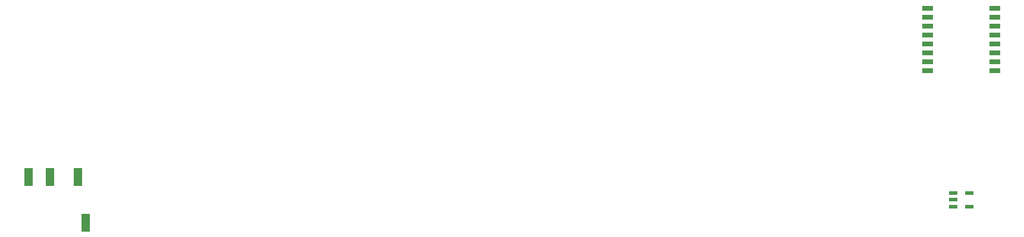
<source format=gbr>
G04 EAGLE Gerber RS-274X export*
G75*
%MOMM*%
%FSLAX34Y34*%
%LPD*%
%INSolderpaste Top*%
%IPPOS*%
%AMOC8*
5,1,8,0,0,1.08239X$1,22.5*%
G01*
%ADD10R,1.524000X0.762000*%
%ADD11R,1.200000X2.500000*%
%ADD12R,1.211200X0.500800*%


D10*
X1349248Y552450D03*
X1349248Y539750D03*
X1349248Y527050D03*
X1349248Y514350D03*
X1349248Y501650D03*
X1349248Y488950D03*
X1349248Y476250D03*
X1349248Y463550D03*
X1444752Y463550D03*
X1444752Y476250D03*
X1444752Y488950D03*
X1444752Y501650D03*
X1444752Y514350D03*
X1444752Y527050D03*
X1444752Y539750D03*
X1444752Y552450D03*
D11*
X140100Y311900D03*
X151100Y246900D03*
X100100Y311900D03*
X70100Y311900D03*
D12*
X1385500Y288900D03*
X1385500Y279400D03*
X1385500Y269900D03*
X1408500Y269900D03*
X1408500Y288900D03*
M02*

</source>
